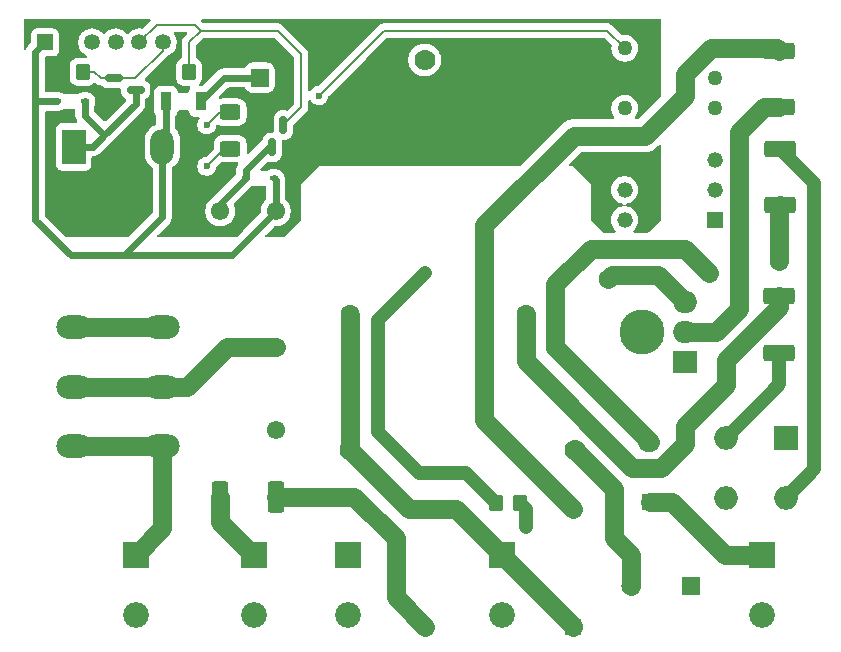
<source format=gtl>
%TF.GenerationSoftware,KiCad,Pcbnew,9.0.4-9.0.4-0~ubuntu24.04.1*%
%TF.CreationDate,2025-08-23T17:14:42+02:00*%
%TF.ProjectId,hv_board,68765f62-6f61-4726-942e-6b696361645f,rev?*%
%TF.SameCoordinates,Original*%
%TF.FileFunction,Copper,L1,Top*%
%TF.FilePolarity,Positive*%
%FSLAX46Y46*%
G04 Gerber Fmt 4.6, Leading zero omitted, Abs format (unit mm)*
G04 Created by KiCad (PCBNEW 9.0.4-9.0.4-0~ubuntu24.04.1) date 2025-08-23 17:14:42*
%MOMM*%
%LPD*%
G01*
G04 APERTURE LIST*
G04 Aperture macros list*
%AMRoundRect*
0 Rectangle with rounded corners*
0 $1 Rounding radius*
0 $2 $3 $4 $5 $6 $7 $8 $9 X,Y pos of 4 corners*
0 Add a 4 corners polygon primitive as box body*
4,1,4,$2,$3,$4,$5,$6,$7,$8,$9,$2,$3,0*
0 Add four circle primitives for the rounded corners*
1,1,$1+$1,$2,$3*
1,1,$1+$1,$4,$5*
1,1,$1+$1,$6,$7*
1,1,$1+$1,$8,$9*
0 Add four rect primitives between the rounded corners*
20,1,$1+$1,$2,$3,$4,$5,0*
20,1,$1+$1,$4,$5,$6,$7,0*
20,1,$1+$1,$6,$7,$8,$9,0*
20,1,$1+$1,$8,$9,$2,$3,0*%
G04 Aperture macros list end*
%TA.AperFunction,ComponentPad*%
%ADD10C,1.549400*%
%TD*%
%TA.AperFunction,SMDPad,CuDef*%
%ADD11RoundRect,0.249999X1.075001X-0.450001X1.075001X0.450001X-1.075001X0.450001X-1.075001X-0.450001X0*%
%TD*%
%TA.AperFunction,ComponentPad*%
%ADD12R,1.625600X1.625600*%
%TD*%
%TA.AperFunction,ComponentPad*%
%ADD13C,1.625600*%
%TD*%
%TA.AperFunction,ComponentPad*%
%ADD14R,2.000000X2.000000*%
%TD*%
%TA.AperFunction,ComponentPad*%
%ADD15O,2.000000X2.000000*%
%TD*%
%TA.AperFunction,SMDPad,CuDef*%
%ADD16RoundRect,0.250000X-0.350000X-0.450000X0.350000X-0.450000X0.350000X0.450000X-0.350000X0.450000X0*%
%TD*%
%TA.AperFunction,ComponentPad*%
%ADD17C,3.810000*%
%TD*%
%TA.AperFunction,ComponentPad*%
%ADD18R,2.175000X2.175000*%
%TD*%
%TA.AperFunction,ComponentPad*%
%ADD19C,2.175000*%
%TD*%
%TA.AperFunction,ComponentPad*%
%ADD20C,1.270000*%
%TD*%
%TA.AperFunction,SMDPad,CuDef*%
%ADD21R,0.711200X0.406400*%
%TD*%
%TA.AperFunction,SMDPad,CuDef*%
%ADD22RoundRect,0.249999X0.450001X1.075001X-0.450001X1.075001X-0.450001X-1.075001X0.450001X-1.075001X0*%
%TD*%
%TA.AperFunction,ComponentPad*%
%ADD23O,3.000000X2.000000*%
%TD*%
%TA.AperFunction,ComponentPad*%
%ADD24R,2.000000X3.000000*%
%TD*%
%TA.AperFunction,ComponentPad*%
%ADD25O,2.000000X3.000000*%
%TD*%
%TA.AperFunction,SMDPad,CuDef*%
%ADD26RoundRect,0.250000X0.350000X0.450000X-0.350000X0.450000X-0.350000X-0.450000X0.350000X-0.450000X0*%
%TD*%
%TA.AperFunction,SMDPad,CuDef*%
%ADD27RoundRect,0.150000X-0.587500X-0.150000X0.587500X-0.150000X0.587500X0.150000X-0.587500X0.150000X0*%
%TD*%
%TA.AperFunction,SMDPad,CuDef*%
%ADD28R,0.965200X1.600200*%
%TD*%
%TA.AperFunction,SMDPad,CuDef*%
%ADD29RoundRect,0.250000X0.625000X-0.400000X0.625000X0.400000X-0.625000X0.400000X-0.625000X-0.400000X0*%
%TD*%
%TA.AperFunction,ComponentPad*%
%ADD30R,1.422400X1.422400*%
%TD*%
%TA.AperFunction,ComponentPad*%
%ADD31C,1.422400*%
%TD*%
%TA.AperFunction,ComponentPad*%
%ADD32R,1.320800X1.320800*%
%TD*%
%TA.AperFunction,ComponentPad*%
%ADD33C,1.320800*%
%TD*%
%TA.AperFunction,ComponentPad*%
%ADD34R,2.000000X1.905000*%
%TD*%
%TA.AperFunction,ComponentPad*%
%ADD35O,2.000000X1.905000*%
%TD*%
%TA.AperFunction,ComponentPad*%
%ADD36RoundRect,0.250000X0.550000X-0.550000X0.550000X0.550000X-0.550000X0.550000X-0.550000X-0.550000X0*%
%TD*%
%TA.AperFunction,ComponentPad*%
%ADD37C,1.600000*%
%TD*%
%TA.AperFunction,SMDPad,CuDef*%
%ADD38RoundRect,0.249999X-1.075001X0.450001X-1.075001X-0.450001X1.075001X-0.450001X1.075001X0.450001X0*%
%TD*%
%TA.AperFunction,ComponentPad*%
%ADD39C,1.778000*%
%TD*%
%TA.AperFunction,ComponentPad*%
%ADD40R,1.473200X1.473200*%
%TD*%
%TA.AperFunction,ComponentPad*%
%ADD41C,1.473200*%
%TD*%
%TA.AperFunction,ComponentPad*%
%ADD42R,1.350000X1.350000*%
%TD*%
%TA.AperFunction,ComponentPad*%
%ADD43C,1.350000*%
%TD*%
%TA.AperFunction,SMDPad,CuDef*%
%ADD44RoundRect,0.150000X-0.150000X0.587500X-0.150000X-0.587500X0.150000X-0.587500X0.150000X0.587500X0*%
%TD*%
%TA.AperFunction,ViaPad*%
%ADD45C,0.600000*%
%TD*%
%TA.AperFunction,ViaPad*%
%ADD46C,1.600000*%
%TD*%
%TA.AperFunction,ViaPad*%
%ADD47C,1.200000*%
%TD*%
%TA.AperFunction,Conductor*%
%ADD48C,0.600000*%
%TD*%
%TA.AperFunction,Conductor*%
%ADD49C,1.600000*%
%TD*%
%TA.AperFunction,Conductor*%
%ADD50C,0.200000*%
%TD*%
%TA.AperFunction,Conductor*%
%ADD51C,1.200000*%
%TD*%
G04 APERTURE END LIST*
D10*
%TO.P,U2,1,1*%
%TO.N,Net-(Q4-A2)*%
X136349500Y-87309100D03*
%TO.P,U2,2,2*%
%TO.N,230V_L*%
X136349500Y-80298700D03*
%TO.P,U2,3,3*%
%TO.N,12V*%
X136349500Y-68792500D03*
%TO.P,U2,4,4*%
%TO.N,Net-(Q2-D)*%
X131650500Y-68792500D03*
%TD*%
D11*
%TO.P,R6,1*%
%TO.N,Net-(D1-Pad2)*%
X179000000Y-80800000D03*
%TO.P,R6,2*%
%TO.N,230V_N*%
X179000000Y-76000000D03*
%TD*%
D12*
%TO.P,F1,1,1*%
%TO.N,230V_L*%
X171500000Y-100500000D03*
D13*
%TO.P,F1,2,2*%
%TO.N,Net-(U1-ACL)*%
X166420000Y-100500000D03*
%TD*%
D14*
%TO.P,D1,1,+*%
%TO.N,Net-(D1-+)*%
X179545000Y-87975000D03*
D15*
%TO.P,D1,2*%
%TO.N,Net-(D1-Pad2)*%
X174465000Y-87975000D03*
%TO.P,D1,3,-*%
%TO.N,Net-(D1--)*%
X174465000Y-93055000D03*
%TO.P,D1,4*%
%TO.N,Net-(D1-Pad4)*%
X179545000Y-93055000D03*
%TD*%
D16*
%TO.P,R1,1*%
%TO.N,GND*%
X118000000Y-57000000D03*
%TO.P,R1,2*%
%TO.N,Net-(J6-Pin_6)*%
X120000000Y-57000000D03*
%TD*%
D11*
%TO.P,R5,1*%
%TO.N,230V_L*%
X179045000Y-68300000D03*
%TO.P,R5,2*%
%TO.N,Net-(D1-Pad4)*%
X179045000Y-63500000D03*
%TD*%
D17*
%TO.P,H1,1,1*%
%TO.N,unconnected-(H1-Pad1)*%
X167400000Y-79000000D03*
%TD*%
D18*
%TO.P,J1,1,1*%
%TO.N,Net-(F2-Pad1)*%
X177500000Y-97900000D03*
D19*
%TO.P,J1,2,2*%
%TO.N,unconnected-(J1-Pad2)*%
X177500000Y-103000000D03*
%TD*%
D20*
%TO.P,U7,1*%
%TO.N,Net-(R8-Pad2)*%
X165900000Y-55000000D03*
%TO.P,U7,2*%
%TO.N,GND*%
X165900000Y-57540000D03*
%TO.P,U7,3,NC*%
%TO.N,unconnected-(U7-NC-Pad3)*%
X165900000Y-60080000D03*
%TO.P,U7,4*%
%TO.N,Net-(Q4-G)*%
X173520000Y-60080000D03*
%TO.P,U7,5,NC*%
%TO.N,unconnected-(U7-NC-Pad5)*%
X173520000Y-57540000D03*
%TO.P,U7,6*%
%TO.N,Net-(C1-Pad2)*%
X173520000Y-55000000D03*
%TD*%
D18*
%TO.P,J5,1,1*%
%TO.N,Net-(J5-Pad1)*%
X124500000Y-97900000D03*
D19*
%TO.P,J5,2,2*%
%TO.N,unconnected-(J5-Pad2)*%
X124500000Y-103000000D03*
%TD*%
D21*
%TO.P,U3,1*%
%TO.N,12V*%
X117806200Y-59500000D03*
%TO.P,U3,2*%
%TO.N,Net-(Q1-D)*%
X120193800Y-59500000D03*
%TD*%
D22*
%TO.P,R11,1*%
%TO.N,Net-(C2-Pad2)*%
X136400000Y-93000000D03*
%TO.P,R11,2*%
%TO.N,Net-(Q4-A1)*%
X131600000Y-93000000D03*
%TD*%
D23*
%TO.P,K1,11*%
%TO.N,230V_L*%
X126750000Y-83650000D03*
X119250000Y-83650000D03*
%TO.P,K1,12*%
%TO.N,unconnected-(K1-Pad12)*%
X126750000Y-78610000D03*
X119250000Y-78610000D03*
%TO.P,K1,14*%
%TO.N,Net-(J5-Pad1)*%
X126750000Y-88690000D03*
X119250000Y-88690000D03*
D24*
%TO.P,K1,A1*%
%TO.N,Net-(Q1-D)*%
X119250000Y-63350000D03*
D25*
%TO.P,K1,A2*%
%TO.N,12V*%
X126750000Y-63350000D03*
%TD*%
D26*
%TO.P,R7,1*%
%TO.N,Net-(D1-+)*%
X157000000Y-93500000D03*
%TO.P,R7,2*%
%TO.N,Net-(U6-ANODE)*%
X155000000Y-93500000D03*
%TD*%
D27*
%TO.P,Q1,1,G*%
%TO.N,Net-(J6-Pin_6)*%
X122625000Y-57550000D03*
%TO.P,Q1,2,S*%
%TO.N,GND*%
X122625000Y-59450000D03*
%TO.P,Q1,3,D*%
%TO.N,Net-(Q1-D)*%
X124500000Y-58500000D03*
%TD*%
D28*
%TO.P,F4,1,1*%
%TO.N,Net-(U1-+VOUT)*%
X130000000Y-59500000D03*
%TO.P,F4,2,2*%
%TO.N,12V*%
X127053600Y-59500000D03*
%TD*%
D29*
%TO.P,R8,1*%
%TO.N,Net-(J6-Pin_4)*%
X132500000Y-63500000D03*
%TO.P,R8,2*%
%TO.N,Net-(R8-Pad2)*%
X132500000Y-60400000D03*
%TD*%
D18*
%TO.P,J3,1,1*%
%TO.N,230V_N*%
X155500000Y-97900000D03*
D19*
%TO.P,J3,2,2*%
%TO.N,unconnected-(J3-Pad2)*%
X155500000Y-103000000D03*
%TD*%
D30*
%TO.P,C2,1*%
%TO.N,230V_N*%
X149000000Y-94000000D03*
D31*
%TO.P,C2,2*%
%TO.N,Net-(C2-Pad2)*%
X149000000Y-104000000D03*
%TD*%
D32*
%TO.P,U6,1,ANODE*%
%TO.N,Net-(U6-ANODE)*%
X173500000Y-69540000D03*
D33*
%TO.P,U6,2,CATHODE*%
%TO.N,Net-(D1--)*%
X173500000Y-67000000D03*
%TO.P,U6,3,NOCONNECTION*%
%TO.N,unconnected-(U6-NOCONNECTION-Pad3)*%
X173500000Y-64460000D03*
%TO.P,U6,4,EMITTER*%
%TO.N,GND*%
X165880000Y-64460000D03*
%TO.P,U6,5,COLLECTOR*%
%TO.N,Net-(J6-Pin_3)*%
X165880000Y-67000000D03*
%TO.P,U6,6,BASE*%
%TO.N,unconnected-(U6-BASE-Pad6)*%
X165880000Y-69540000D03*
%TD*%
D18*
%TO.P,J2,1,1*%
%TO.N,Net-(Q4-A1)*%
X134500000Y-97900000D03*
D19*
%TO.P,J2,2,2*%
%TO.N,unconnected-(J2-Pad2)*%
X134500000Y-103000000D03*
%TD*%
D34*
%TO.P,Q4,1,A1*%
%TO.N,Net-(Q4-A1)*%
X171000000Y-81540000D03*
D35*
%TO.P,Q4,2,A2*%
%TO.N,Net-(Q4-A2)*%
X171000000Y-79000000D03*
%TO.P,Q4,3,G*%
%TO.N,Net-(Q4-G)*%
X171000000Y-76460000D03*
%TD*%
D36*
%TO.P,C3,1*%
%TO.N,Net-(U1-+VOUT)*%
X135000000Y-57500000D03*
D37*
%TO.P,C3,2*%
%TO.N,GND*%
X135000000Y-55000000D03*
%TD*%
D38*
%TO.P,R9,1*%
%TO.N,Net-(C1-Pad2)*%
X179000000Y-55200000D03*
%TO.P,R9,2*%
%TO.N,Net-(Q4-A2)*%
X179000000Y-60000000D03*
%TD*%
D18*
%TO.P,J4,1,1*%
%TO.N,Net-(Q4-A2)*%
X142500000Y-97900000D03*
D19*
%TO.P,J4,2,2*%
%TO.N,unconnected-(J4-Pad2)*%
X142500000Y-103000000D03*
%TD*%
D16*
%TO.P,R28,1*%
%TO.N,GND*%
X127000000Y-57000000D03*
%TO.P,R28,2*%
%TO.N,Net-(J6-Pin_5)*%
X129000000Y-57000000D03*
%TD*%
D30*
%TO.P,C1,1*%
%TO.N,230V_N*%
X161500000Y-104000000D03*
D31*
%TO.P,C1,2*%
%TO.N,Net-(C1-Pad2)*%
X161500000Y-94000000D03*
%TD*%
D39*
%TO.P,U1,1,ACN*%
%TO.N,230V_N*%
X142610000Y-89010000D03*
%TO.P,U1,2,ACL*%
%TO.N,Net-(U1-ACL)*%
X161660000Y-89010000D03*
%TO.P,U1,3,-VOUT*%
%TO.N,GND*%
X161660000Y-55990000D03*
%TO.P,U1,4,+VOUT*%
%TO.N,Net-(U1-+VOUT)*%
X148960000Y-55990000D03*
%TD*%
D40*
%TO.P,F2,1,1*%
%TO.N,Net-(F2-Pad1)*%
X168000000Y-93405000D03*
D41*
%TO.P,F2,2,2*%
%TO.N,230V_L*%
X168000000Y-88325000D03*
%TD*%
D42*
%TO.P,J6,1,Pin_1*%
%TO.N,12V*%
X116800000Y-54500000D03*
D43*
%TO.P,J6,2,Pin_2*%
%TO.N,GND*%
X118800000Y-54500000D03*
%TO.P,J6,3,Pin_3*%
%TO.N,Net-(J6-Pin_3)*%
X120800000Y-54500000D03*
%TO.P,J6,4,Pin_4*%
%TO.N,Net-(J6-Pin_4)*%
X122800000Y-54500000D03*
%TO.P,J6,5,Pin_5*%
%TO.N,Net-(J6-Pin_5)*%
X124800000Y-54500000D03*
%TO.P,J6,6,Pin_6*%
%TO.N,Net-(J6-Pin_6)*%
X126800000Y-54500000D03*
%TD*%
D21*
%TO.P,U4,1*%
%TO.N,12V*%
X136193800Y-66000000D03*
%TO.P,U4,2*%
%TO.N,Net-(Q2-D)*%
X133806200Y-66000000D03*
%TD*%
D44*
%TO.P,Q2,1,G*%
%TO.N,Net-(J6-Pin_5)*%
X137000000Y-61500000D03*
%TO.P,Q2,2,S*%
%TO.N,GND*%
X135100000Y-61500000D03*
%TO.P,Q2,3,D*%
%TO.N,Net-(Q2-D)*%
X136050000Y-63375000D03*
%TD*%
D45*
%TO.N,GND*%
X119500000Y-68000000D03*
X123502872Y-68000000D03*
X164000000Y-68000000D03*
X168000000Y-68000000D03*
D46*
%TO.N,230V_L*%
X179000000Y-73000000D03*
X160000000Y-80300000D03*
X173000000Y-74000000D03*
%TO.N,230V_N*%
X142610000Y-77500000D03*
X157500000Y-77500000D03*
D47*
%TO.N,Net-(D1-+)*%
X157500000Y-95500000D03*
D45*
%TO.N,Net-(J6-Pin_4)*%
X130500000Y-65000000D03*
D46*
%TO.N,Net-(Q4-G)*%
X164500000Y-74500000D03*
D47*
%TO.N,Net-(U6-ANODE)*%
X149000000Y-74000000D03*
D45*
%TO.N,Net-(R8-Pad2)*%
X140000000Y-59000000D03*
X130500000Y-61500000D03*
%TD*%
D48*
%TO.N,Net-(U1-+VOUT)*%
X132000000Y-57500000D02*
X130000000Y-59500000D01*
X148960000Y-56040000D02*
X148960000Y-55990000D01*
X135000000Y-57500000D02*
X132000000Y-57500000D01*
D49*
%TO.N,230V_L*%
X168000000Y-88325000D02*
X168000000Y-88300000D01*
X119250000Y-83650000D02*
X123000000Y-83650000D01*
X128850000Y-83650000D02*
X132201300Y-80298700D01*
X168000000Y-88300000D02*
X160000000Y-80300000D01*
X160000000Y-75000000D02*
X160000000Y-80300000D01*
X171000000Y-72000000D02*
X163000000Y-72000000D01*
X126750000Y-83650000D02*
X128850000Y-83650000D01*
X123000000Y-83650000D02*
X126750000Y-83650000D01*
X179000000Y-73000000D02*
X179000000Y-68345000D01*
X168000000Y-88325000D02*
X167825000Y-88325000D01*
X163000000Y-72000000D02*
X160000000Y-75000000D01*
X173000000Y-74000000D02*
X171000000Y-72000000D01*
X132201300Y-80298700D02*
X136349500Y-80298700D01*
X179000000Y-68345000D02*
X179045000Y-68300000D01*
%TO.N,Net-(U1-ACL)*%
X166420000Y-97920000D02*
X165000000Y-96500000D01*
X165000000Y-96500000D02*
X165000000Y-92350000D01*
X166420000Y-100500000D02*
X166420000Y-97920000D01*
X165000000Y-92350000D02*
X161660000Y-89010000D01*
%TO.N,Net-(F2-Pad1)*%
X177500000Y-97900000D02*
X174400000Y-97900000D01*
X169905000Y-93405000D02*
X168000000Y-93405000D01*
X174400000Y-97900000D02*
X169905000Y-93405000D01*
%TO.N,230V_N*%
X147600000Y-94000000D02*
X142610000Y-89010000D01*
X151600000Y-94000000D02*
X155500000Y-97900000D01*
X168974000Y-90526000D02*
X171000000Y-88500000D01*
X171000000Y-88500000D02*
X171000000Y-87000000D01*
X174500000Y-81433206D02*
X179000000Y-76933206D01*
X157500000Y-81500000D02*
X166526000Y-90526000D01*
X161500000Y-103900000D02*
X155500000Y-97900000D01*
X171000000Y-87000000D02*
X174500000Y-83500000D01*
X174500000Y-83500000D02*
X174500000Y-81433206D01*
X142610000Y-89010000D02*
X142610000Y-77610000D01*
X166526000Y-90526000D02*
X168974000Y-90526000D01*
X149000000Y-94000000D02*
X151600000Y-94000000D01*
X149000000Y-94000000D02*
X147600000Y-94000000D01*
X161500000Y-104000000D02*
X161500000Y-103900000D01*
X179000000Y-76933206D02*
X179000000Y-76000000D01*
X157500000Y-77500000D02*
X157500000Y-81500000D01*
D50*
%TO.N,Net-(J6-Pin_5)*%
X129000000Y-57000000D02*
X129000000Y-54500000D01*
X130000000Y-53500000D02*
X136500000Y-53500000D01*
X129500000Y-53000000D02*
X130000000Y-53500000D01*
X124800000Y-54500000D02*
X126300000Y-53000000D01*
X126300000Y-53000000D02*
X129500000Y-53000000D01*
X136500000Y-53500000D02*
X138500000Y-55500000D01*
X138500000Y-60000000D02*
X137000000Y-61500000D01*
X129000000Y-54500000D02*
X130000000Y-53500000D01*
X138500000Y-55500000D02*
X138500000Y-60000000D01*
%TO.N,Net-(J6-Pin_6)*%
X124450000Y-57550000D02*
X122625000Y-57550000D01*
X120000000Y-57000000D02*
X121000000Y-57000000D01*
X121000000Y-57000000D02*
X121550000Y-57550000D01*
X126800000Y-54500000D02*
X126800000Y-55200000D01*
X121550000Y-57550000D02*
X122625000Y-57550000D01*
X126800000Y-55200000D02*
X124450000Y-57550000D01*
D48*
%TO.N,Net-(Q1-D)*%
X121850000Y-62350000D02*
X120850000Y-63350000D01*
X120193800Y-59500000D02*
X120193800Y-60693800D01*
X124500000Y-59700000D02*
X121850000Y-62350000D01*
X120193800Y-60693800D02*
X121850000Y-62350000D01*
X124500000Y-58500000D02*
X124500000Y-59700000D01*
X119250000Y-63350000D02*
X119250000Y-62250000D01*
X120850000Y-63350000D02*
X119250000Y-63350000D01*
D49*
%TO.N,unconnected-(K1-Pad12)*%
X119250000Y-78610000D02*
X126750000Y-78610000D01*
D48*
%TO.N,Net-(Q2-D)*%
X133806200Y-65318801D02*
X133806200Y-66000000D01*
X135750001Y-63375000D02*
X133806200Y-65318801D01*
X131650500Y-68792500D02*
X131650500Y-68155700D01*
X131650500Y-68155700D02*
X133806200Y-66000000D01*
X136050000Y-63375000D02*
X135750001Y-63375000D01*
D51*
%TO.N,Net-(D1-+)*%
X157500000Y-94000000D02*
X157000000Y-93500000D01*
X157500000Y-95500000D02*
X157500000Y-94000000D01*
%TO.N,Net-(D1-Pad2)*%
X179000000Y-83440000D02*
X178440000Y-84000000D01*
X174465000Y-87975000D02*
X178440000Y-84000000D01*
X179000000Y-80800000D02*
X179000000Y-83440000D01*
%TO.N,Net-(D1-Pad4)*%
X181946000Y-90654000D02*
X181946000Y-66401000D01*
X179545000Y-93055000D02*
X181946000Y-90654000D01*
X181946000Y-66401000D02*
X179045000Y-63500000D01*
D49*
%TO.N,Net-(Q4-A1)*%
X134500000Y-97900000D02*
X134400000Y-97900000D01*
X134400000Y-97900000D02*
X131600000Y-95100000D01*
X131600000Y-95100000D02*
X131600000Y-93000000D01*
D50*
%TO.N,Net-(J6-Pin_4)*%
X132000000Y-63500000D02*
X132500000Y-63500000D01*
X130500000Y-65000000D02*
X132000000Y-63500000D01*
D49*
%TO.N,Net-(C1-Pad2)*%
X167601400Y-62398600D02*
X171000000Y-59000000D01*
X178800000Y-55000000D02*
X179000000Y-55200000D01*
X154000000Y-70000000D02*
X161601400Y-62398600D01*
X154000000Y-86500000D02*
X154000000Y-70000000D01*
X173180660Y-55000000D02*
X173520000Y-55000000D01*
X161500000Y-94000000D02*
X154000000Y-86500000D01*
X171000000Y-59000000D02*
X171000000Y-57180660D01*
X171000000Y-57180660D02*
X173180660Y-55000000D01*
X173520000Y-55000000D02*
X178800000Y-55000000D01*
X161601400Y-62398600D02*
X167601400Y-62398600D01*
%TO.N,Net-(Q4-G)*%
X164799000Y-74201000D02*
X164500000Y-74500000D01*
X168741000Y-74201000D02*
X164799000Y-74201000D01*
X171000000Y-76460000D02*
X168741000Y-74201000D01*
D51*
%TO.N,Net-(U6-ANODE)*%
X149000000Y-74000000D02*
X145011000Y-77989000D01*
X145011000Y-77989000D02*
X145011000Y-87511000D01*
X152500000Y-91000000D02*
X155000000Y-93500000D01*
X148500000Y-91000000D02*
X152500000Y-91000000D01*
X145011000Y-87511000D02*
X148500000Y-91000000D01*
D50*
%TO.N,Net-(R8-Pad2)*%
X132500000Y-60400000D02*
X131600000Y-60400000D01*
X145500000Y-53500000D02*
X140000000Y-59000000D01*
X131600000Y-60400000D02*
X130500000Y-61500000D01*
X165900000Y-55000000D02*
X164400000Y-53500000D01*
X164400000Y-53500000D02*
X145500000Y-53500000D01*
D49*
%TO.N,Net-(C2-Pad2)*%
X146500000Y-96500000D02*
X143000000Y-93000000D01*
X146500000Y-101500000D02*
X146500000Y-96500000D01*
X143000000Y-93000000D02*
X136400000Y-93000000D01*
X149000000Y-104000000D02*
X146500000Y-101500000D01*
%TO.N,Net-(Q4-A2)*%
X177675001Y-60000000D02*
X175561400Y-62113601D01*
X175561400Y-62113601D02*
X175561400Y-77038600D01*
X175561400Y-77038600D02*
X173600000Y-79000000D01*
X179000000Y-60000000D02*
X177675001Y-60000000D01*
X173600000Y-79000000D02*
X171000000Y-79000000D01*
%TO.N,Net-(J5-Pad1)*%
X119250000Y-88690000D02*
X126750000Y-88690000D01*
X124500000Y-97900000D02*
X126750000Y-95650000D01*
X126750000Y-95650000D02*
X126750000Y-88690000D01*
D48*
%TO.N,12V*%
X126750000Y-69250000D02*
X123500000Y-72500000D01*
X116000000Y-59500000D02*
X116000000Y-58500000D01*
X136349500Y-66155700D02*
X136193800Y-66000000D01*
X127500000Y-72500000D02*
X123500000Y-72500000D01*
X119000000Y-72500000D02*
X116000000Y-69500000D01*
X127053600Y-59500000D02*
X127053600Y-63046400D01*
X136349500Y-68792500D02*
X136349500Y-66155700D01*
X116000000Y-58500000D02*
X116000000Y-55300000D01*
X126750000Y-63350000D02*
X126750000Y-69250000D01*
X116000000Y-65500000D02*
X116000000Y-69500000D01*
X123500000Y-72500000D02*
X119000000Y-72500000D01*
X127500000Y-72500000D02*
X132642000Y-72500000D01*
X132642000Y-72500000D02*
X136349500Y-68792500D01*
X117806200Y-59500000D02*
X116000000Y-59500000D01*
X116000000Y-55300000D02*
X116800000Y-54500000D01*
X116000000Y-65500000D02*
X116000000Y-59500000D01*
X127053600Y-63046400D02*
X126750000Y-63350000D01*
%TD*%
%TA.AperFunction,Conductor*%
%TO.N,GND*%
G36*
X128817941Y-53620185D02*
G01*
X128863696Y-53672989D01*
X128873640Y-53742147D01*
X128844615Y-53805703D01*
X128838583Y-53812181D01*
X128633446Y-54017317D01*
X128633436Y-54017327D01*
X128631286Y-54019478D01*
X128631284Y-54019480D01*
X128519480Y-54131284D01*
X128507303Y-54152376D01*
X128500690Y-54163829D01*
X128500689Y-54163831D01*
X128445010Y-54260270D01*
X128440423Y-54268215D01*
X128399499Y-54420943D01*
X128399499Y-54420945D01*
X128399499Y-54589046D01*
X128399500Y-54589059D01*
X128399500Y-55754091D01*
X128379815Y-55821130D01*
X128335731Y-55859641D01*
X128336813Y-55861395D01*
X128330667Y-55865185D01*
X128330666Y-55865186D01*
X128266054Y-55905039D01*
X128181342Y-55957289D01*
X128057289Y-56081342D01*
X127965187Y-56230663D01*
X127965185Y-56230668D01*
X127953747Y-56265186D01*
X127910001Y-56397203D01*
X127910001Y-56397204D01*
X127910000Y-56397204D01*
X127899500Y-56499983D01*
X127899500Y-57500001D01*
X127899501Y-57500019D01*
X127910000Y-57602796D01*
X127910001Y-57602799D01*
X127965185Y-57769331D01*
X127965187Y-57769336D01*
X128000069Y-57825888D01*
X128057288Y-57918656D01*
X128181344Y-58042712D01*
X128330666Y-58134814D01*
X128497203Y-58189999D01*
X128599991Y-58200500D01*
X129018325Y-58200499D01*
X129085363Y-58220183D01*
X129131118Y-58272987D01*
X129141062Y-58342146D01*
X129117591Y-58398810D01*
X129073604Y-58457569D01*
X129073602Y-58457571D01*
X129024655Y-58588808D01*
X129023309Y-58592417D01*
X129018197Y-58639958D01*
X128991461Y-58704506D01*
X128934068Y-58744354D01*
X128894909Y-58750700D01*
X128158691Y-58750700D01*
X128091652Y-58731015D01*
X128045897Y-58678211D01*
X128035401Y-58639953D01*
X128030291Y-58592416D01*
X127979997Y-58457571D01*
X127979993Y-58457564D01*
X127893747Y-58342355D01*
X127893744Y-58342352D01*
X127778535Y-58256106D01*
X127778528Y-58256102D01*
X127643682Y-58205808D01*
X127643683Y-58205808D01*
X127584083Y-58199401D01*
X127584081Y-58199400D01*
X127584073Y-58199400D01*
X127584064Y-58199400D01*
X126523129Y-58199400D01*
X126523123Y-58199401D01*
X126463516Y-58205808D01*
X126328671Y-58256102D01*
X126328664Y-58256106D01*
X126213455Y-58342352D01*
X126213452Y-58342355D01*
X126127206Y-58457564D01*
X126127202Y-58457571D01*
X126076908Y-58592417D01*
X126070501Y-58652016D01*
X126070500Y-58652035D01*
X126070500Y-60347970D01*
X126070501Y-60347976D01*
X126076908Y-60407583D01*
X126127202Y-60542428D01*
X126127206Y-60542435D01*
X126213452Y-60657644D01*
X126216781Y-60660973D01*
X126250266Y-60722296D01*
X126253100Y-60748654D01*
X126253100Y-61343817D01*
X126233415Y-61410856D01*
X126180611Y-61456611D01*
X126176545Y-61458381D01*
X126174010Y-61459430D01*
X125963566Y-61566657D01*
X125907119Y-61607669D01*
X125772490Y-61705483D01*
X125772488Y-61705485D01*
X125772487Y-61705485D01*
X125605485Y-61872487D01*
X125605485Y-61872488D01*
X125605483Y-61872490D01*
X125600619Y-61879185D01*
X125466657Y-62063566D01*
X125359433Y-62274003D01*
X125286446Y-62498631D01*
X125249500Y-62731902D01*
X125249500Y-63968097D01*
X125286446Y-64201368D01*
X125359433Y-64425996D01*
X125446405Y-64596687D01*
X125466657Y-64636433D01*
X125605483Y-64827510D01*
X125772490Y-64994517D01*
X125898388Y-65085987D01*
X125941051Y-65141313D01*
X125949500Y-65186302D01*
X125949500Y-68867060D01*
X125929815Y-68934099D01*
X125913181Y-68954741D01*
X123904241Y-70963681D01*
X123842918Y-70997166D01*
X123816560Y-71000000D01*
X118683440Y-71000000D01*
X118616401Y-70980315D01*
X118595759Y-70963681D01*
X116836819Y-69204741D01*
X116803334Y-69143418D01*
X116800500Y-69117060D01*
X116800500Y-60424500D01*
X116820185Y-60357461D01*
X116872989Y-60311706D01*
X116924500Y-60300500D01*
X117885044Y-60300500D01*
X117885045Y-60300499D01*
X118039697Y-60269737D01*
X118178960Y-60212053D01*
X118213157Y-60203324D01*
X118269283Y-60197291D01*
X118404131Y-60146996D01*
X118404134Y-60146993D01*
X118411914Y-60142746D01*
X118412534Y-60143881D01*
X118469541Y-60122616D01*
X118478392Y-60122300D01*
X119269300Y-60122300D01*
X119336339Y-60141985D01*
X119382094Y-60194789D01*
X119393300Y-60246300D01*
X119393300Y-60772646D01*
X119424061Y-60927289D01*
X119424064Y-60927301D01*
X119484402Y-61072972D01*
X119484409Y-61072985D01*
X119540285Y-61156609D01*
X119561163Y-61223287D01*
X119542678Y-61290667D01*
X119490699Y-61337357D01*
X119437183Y-61349500D01*
X118202129Y-61349500D01*
X118202123Y-61349501D01*
X118142516Y-61355908D01*
X118007671Y-61406202D01*
X118007664Y-61406206D01*
X117892455Y-61492452D01*
X117892452Y-61492455D01*
X117806206Y-61607664D01*
X117806202Y-61607671D01*
X117755908Y-61742517D01*
X117749501Y-61802116D01*
X117749500Y-61802135D01*
X117749500Y-64897870D01*
X117749501Y-64897876D01*
X117755908Y-64957483D01*
X117806202Y-65092328D01*
X117806206Y-65092335D01*
X117892452Y-65207544D01*
X117892455Y-65207547D01*
X118007664Y-65293793D01*
X118007671Y-65293797D01*
X118142517Y-65344091D01*
X118142516Y-65344091D01*
X118149444Y-65344835D01*
X118202127Y-65350500D01*
X120297872Y-65350499D01*
X120357483Y-65344091D01*
X120492331Y-65293796D01*
X120607546Y-65207546D01*
X120693796Y-65092331D01*
X120744091Y-64957483D01*
X120750500Y-64897873D01*
X120750500Y-64274500D01*
X120770185Y-64207461D01*
X120822989Y-64161706D01*
X120874500Y-64150500D01*
X120928844Y-64150500D01*
X120928845Y-64150499D01*
X121083497Y-64119737D01*
X121229179Y-64059394D01*
X121360289Y-63971789D01*
X122360286Y-62971791D01*
X122360290Y-62971789D01*
X122471789Y-62860290D01*
X122471791Y-62860286D01*
X125121789Y-60210289D01*
X125209394Y-60079179D01*
X125269737Y-59933497D01*
X125300500Y-59778842D01*
X125300500Y-59621158D01*
X125300500Y-59350503D01*
X125320185Y-59283464D01*
X125361377Y-59243772D01*
X125489365Y-59168081D01*
X125605581Y-59051865D01*
X125689244Y-58910398D01*
X125735098Y-58752569D01*
X125738000Y-58715694D01*
X125738000Y-58284306D01*
X125735098Y-58247431D01*
X125730110Y-58230264D01*
X125695046Y-58109573D01*
X125689244Y-58089602D01*
X125605581Y-57948135D01*
X125605579Y-57948133D01*
X125605576Y-57948129D01*
X125489370Y-57831923D01*
X125489362Y-57831917D01*
X125347897Y-57748255D01*
X125343004Y-57746138D01*
X125289299Y-57701445D01*
X125268282Y-57634811D01*
X125286626Y-57567392D01*
X125304572Y-57544662D01*
X127168713Y-55680521D01*
X127168716Y-55680520D01*
X127254927Y-55594307D01*
X127254930Y-55594306D01*
X127286311Y-55571506D01*
X127416096Y-55505378D01*
X127565787Y-55396621D01*
X127696621Y-55265787D01*
X127805378Y-55116096D01*
X127889379Y-54951235D01*
X127946555Y-54775264D01*
X127975500Y-54592514D01*
X127975500Y-54407486D01*
X127946555Y-54224736D01*
X127912585Y-54120185D01*
X127889380Y-54048767D01*
X127889379Y-54048764D01*
X127837878Y-53947689D01*
X127805378Y-53883904D01*
X127791280Y-53864500D01*
X127742519Y-53797385D01*
X127719039Y-53731579D01*
X127734865Y-53663525D01*
X127784970Y-53614830D01*
X127842837Y-53600500D01*
X128750902Y-53600500D01*
X128817941Y-53620185D01*
G37*
%TD.AperFunction*%
%TA.AperFunction,Conductor*%
G36*
X136266942Y-54120185D02*
G01*
X136287584Y-54136819D01*
X137863181Y-55712416D01*
X137896666Y-55773739D01*
X137899500Y-55800097D01*
X137899500Y-59699902D01*
X137879815Y-59766941D01*
X137863181Y-59787583D01*
X137407709Y-60243054D01*
X137346386Y-60276539D01*
X137285435Y-60274450D01*
X137252572Y-60264903D01*
X137252573Y-60264903D01*
X137252569Y-60264902D01*
X137252566Y-60264901D01*
X137252563Y-60264901D01*
X137215701Y-60262000D01*
X137215694Y-60262000D01*
X136784306Y-60262000D01*
X136784298Y-60262000D01*
X136747432Y-60264901D01*
X136747426Y-60264902D01*
X136589606Y-60310754D01*
X136589603Y-60310755D01*
X136448137Y-60394417D01*
X136448129Y-60394423D01*
X136331923Y-60510629D01*
X136331917Y-60510637D01*
X136248255Y-60652103D01*
X136248254Y-60652106D01*
X136202402Y-60809926D01*
X136202401Y-60809932D01*
X136199500Y-60846798D01*
X136199500Y-62013000D01*
X136179815Y-62080039D01*
X136127011Y-62125794D01*
X136075500Y-62137000D01*
X135834298Y-62137000D01*
X135797432Y-62139901D01*
X135797426Y-62139902D01*
X135639606Y-62185754D01*
X135639603Y-62185755D01*
X135498137Y-62269417D01*
X135498129Y-62269423D01*
X135381923Y-62385629D01*
X135381917Y-62385637D01*
X135298255Y-62527103D01*
X135298254Y-62527106D01*
X135252402Y-62684926D01*
X135252401Y-62684931D01*
X135251242Y-62699667D01*
X135226357Y-62764955D01*
X135215305Y-62777617D01*
X134087180Y-63905741D01*
X134025857Y-63939226D01*
X133956165Y-63934242D01*
X133900232Y-63892370D01*
X133875815Y-63826906D01*
X133875499Y-63818083D01*
X133875499Y-63049992D01*
X133867510Y-62971789D01*
X133864999Y-62947203D01*
X133864998Y-62947200D01*
X133836765Y-62862000D01*
X133809814Y-62780666D01*
X133717712Y-62631344D01*
X133593656Y-62507288D01*
X133444334Y-62415186D01*
X133277797Y-62360001D01*
X133277795Y-62360000D01*
X133175010Y-62349500D01*
X131824998Y-62349500D01*
X131824981Y-62349501D01*
X131722203Y-62360000D01*
X131722200Y-62360001D01*
X131555668Y-62415185D01*
X131555663Y-62415187D01*
X131406342Y-62507289D01*
X131282289Y-62631342D01*
X131190187Y-62780663D01*
X131190186Y-62780666D01*
X131135001Y-62947203D01*
X131135001Y-62947204D01*
X131135000Y-62947204D01*
X131124500Y-63049983D01*
X131124500Y-63474902D01*
X131104815Y-63541941D01*
X131088181Y-63562583D01*
X130485339Y-64165425D01*
X130424016Y-64198910D01*
X130421850Y-64199361D01*
X130266508Y-64230261D01*
X130266498Y-64230264D01*
X130120827Y-64290602D01*
X130120814Y-64290609D01*
X129989711Y-64378210D01*
X129989707Y-64378213D01*
X129878213Y-64489707D01*
X129878210Y-64489711D01*
X129790609Y-64620814D01*
X129790602Y-64620827D01*
X129730264Y-64766498D01*
X129730261Y-64766510D01*
X129699500Y-64921153D01*
X129699500Y-65078846D01*
X129730261Y-65233489D01*
X129730264Y-65233501D01*
X129790602Y-65379172D01*
X129790609Y-65379185D01*
X129878210Y-65510288D01*
X129878213Y-65510292D01*
X129989707Y-65621786D01*
X129989711Y-65621789D01*
X130120814Y-65709390D01*
X130120827Y-65709397D01*
X130266498Y-65769735D01*
X130266503Y-65769737D01*
X130421153Y-65800499D01*
X130421156Y-65800500D01*
X130421158Y-65800500D01*
X130578844Y-65800500D01*
X130578845Y-65800499D01*
X130733497Y-65769737D01*
X130879179Y-65709394D01*
X131010289Y-65621789D01*
X131121789Y-65510289D01*
X131209394Y-65379179D01*
X131269737Y-65233497D01*
X131297817Y-65092331D01*
X131300638Y-65078150D01*
X131333023Y-65016239D01*
X131334523Y-65014711D01*
X131668773Y-64680460D01*
X131730094Y-64646977D01*
X131769052Y-64644785D01*
X131824991Y-64650500D01*
X133058003Y-64650499D01*
X133125042Y-64670184D01*
X133170797Y-64722987D01*
X133180741Y-64792146D01*
X133161105Y-64843389D01*
X133096812Y-64939610D01*
X133096802Y-64939628D01*
X133036464Y-65085299D01*
X133036461Y-65085311D01*
X133005700Y-65239954D01*
X133005700Y-65535056D01*
X133004839Y-65539961D01*
X133005464Y-65542704D01*
X132999123Y-65572546D01*
X132998296Y-65577263D01*
X132998095Y-65577817D01*
X132956509Y-65689317D01*
X132955991Y-65694128D01*
X132951770Y-65705791D01*
X132936948Y-65725994D01*
X132922855Y-65751265D01*
X131140211Y-67533911D01*
X131028713Y-67645408D01*
X131028709Y-67645413D01*
X131011644Y-67670951D01*
X130981431Y-67702373D01*
X130932074Y-67738233D01*
X130819763Y-67819832D01*
X130819761Y-67819834D01*
X130819760Y-67819834D01*
X130677834Y-67961760D01*
X130677834Y-67961761D01*
X130677832Y-67961763D01*
X130655217Y-67992890D01*
X130559851Y-68124149D01*
X130468724Y-68302995D01*
X130406700Y-68493885D01*
X130406700Y-68493888D01*
X130406700Y-68493890D01*
X130375300Y-68692140D01*
X130375300Y-68892860D01*
X130381461Y-68931758D01*
X130406700Y-69091111D01*
X130406700Y-69091114D01*
X130468724Y-69282004D01*
X130539627Y-69421158D01*
X130559851Y-69460850D01*
X130677832Y-69623237D01*
X130819763Y-69765168D01*
X130982150Y-69883149D01*
X131160993Y-69974274D01*
X131160995Y-69974275D01*
X131351886Y-70036299D01*
X131351887Y-70036299D01*
X131351890Y-70036300D01*
X131550140Y-70067700D01*
X131550141Y-70067700D01*
X131750859Y-70067700D01*
X131750860Y-70067700D01*
X131949110Y-70036300D01*
X131949113Y-70036299D01*
X131949114Y-70036299D01*
X132140004Y-69974275D01*
X132140004Y-69974274D01*
X132140007Y-69974274D01*
X132318850Y-69883149D01*
X132481237Y-69765168D01*
X132623168Y-69623237D01*
X132741149Y-69460850D01*
X132832274Y-69282007D01*
X132877304Y-69143418D01*
X132894299Y-69091114D01*
X132894299Y-69091113D01*
X132894300Y-69091110D01*
X132925700Y-68892860D01*
X132925700Y-68692140D01*
X132894300Y-68493890D01*
X132894299Y-68493886D01*
X132894299Y-68493885D01*
X132832275Y-68302995D01*
X132806682Y-68252766D01*
X132793786Y-68184097D01*
X132820062Y-68119357D01*
X132829477Y-68108799D01*
X134207333Y-66730943D01*
X134249516Y-66703274D01*
X134262963Y-66697970D01*
X134269283Y-66697291D01*
X134404131Y-66646996D01*
X134417409Y-66637056D01*
X134432896Y-66630948D01*
X134451776Y-66629242D01*
X134469541Y-66622616D01*
X134478392Y-66622300D01*
X135425000Y-66622300D01*
X135492039Y-66641985D01*
X135537794Y-66694789D01*
X135549000Y-66746300D01*
X135549000Y-67738233D01*
X135529315Y-67805272D01*
X135512681Y-67825914D01*
X135376834Y-67961760D01*
X135376834Y-67961761D01*
X135376832Y-67961763D01*
X135354217Y-67992890D01*
X135258851Y-68124149D01*
X135167724Y-68302995D01*
X135105700Y-68493885D01*
X135105700Y-68493888D01*
X135074300Y-68692140D01*
X135074300Y-68884259D01*
X135054615Y-68951298D01*
X135037980Y-68971940D01*
X133552069Y-70457853D01*
X133046241Y-70963681D01*
X132984918Y-70997166D01*
X132958560Y-71000000D01*
X126431440Y-71000000D01*
X126364401Y-70980315D01*
X126318646Y-70927511D01*
X126308702Y-70858353D01*
X126337727Y-70794797D01*
X126343759Y-70788319D01*
X127371786Y-69760292D01*
X127371789Y-69760289D01*
X127459394Y-69629179D01*
X127519737Y-69483497D01*
X127550500Y-69328842D01*
X127550500Y-69171158D01*
X127550500Y-65186302D01*
X127570185Y-65119263D01*
X127601609Y-65085988D01*
X127727510Y-64994517D01*
X127894517Y-64827510D01*
X128033343Y-64636433D01*
X128140568Y-64425992D01*
X128213553Y-64201368D01*
X128226482Y-64119737D01*
X128250500Y-63968097D01*
X128250500Y-62731902D01*
X128213553Y-62498631D01*
X128168509Y-62360001D01*
X128140568Y-62274008D01*
X128140566Y-62274005D01*
X128140566Y-62274003D01*
X128079006Y-62153186D01*
X128033343Y-62063567D01*
X127894517Y-61872490D01*
X127890419Y-61868392D01*
X127856934Y-61807069D01*
X127854100Y-61780711D01*
X127854100Y-60748654D01*
X127873785Y-60681615D01*
X127890419Y-60660973D01*
X127893742Y-60657648D01*
X127893746Y-60657646D01*
X127979996Y-60542431D01*
X128030291Y-60407583D01*
X128035402Y-60360041D01*
X128062139Y-60295494D01*
X128119532Y-60255646D01*
X128158691Y-60249300D01*
X128894909Y-60249300D01*
X128961948Y-60268985D01*
X129007703Y-60321789D01*
X129018199Y-60360047D01*
X129023308Y-60407583D01*
X129073602Y-60542428D01*
X129073606Y-60542435D01*
X129159852Y-60657644D01*
X129159855Y-60657647D01*
X129275064Y-60743893D01*
X129275071Y-60743897D01*
X129320018Y-60760661D01*
X129409917Y-60794191D01*
X129469527Y-60800600D01*
X129772584Y-60800599D01*
X129839622Y-60820283D01*
X129885377Y-60873087D01*
X129895321Y-60942246D01*
X129875685Y-60993490D01*
X129790609Y-61120814D01*
X129790602Y-61120827D01*
X129730264Y-61266498D01*
X129730261Y-61266510D01*
X129699500Y-61421153D01*
X129699500Y-61578846D01*
X129730261Y-61733489D01*
X129730264Y-61733501D01*
X129790602Y-61879172D01*
X129790609Y-61879185D01*
X129878210Y-62010288D01*
X129878213Y-62010292D01*
X129989707Y-62121786D01*
X129989711Y-62121789D01*
X130120814Y-62209390D01*
X130120827Y-62209397D01*
X130265730Y-62269417D01*
X130266503Y-62269737D01*
X130421153Y-62300499D01*
X130421156Y-62300500D01*
X130421158Y-62300500D01*
X130578844Y-62300500D01*
X130578845Y-62300499D01*
X130733497Y-62269737D01*
X130879179Y-62209394D01*
X131010289Y-62121789D01*
X131121789Y-62010289D01*
X131209394Y-61879179D01*
X131212166Y-61872488D01*
X131269735Y-61733501D01*
X131269737Y-61733497D01*
X131300500Y-61578842D01*
X131300500Y-61578839D01*
X131300637Y-61578151D01*
X131309402Y-61561392D01*
X131313423Y-61542914D01*
X131332163Y-61517878D01*
X131333021Y-61516240D01*
X131334476Y-61514757D01*
X131368053Y-61481181D01*
X131429376Y-61447698D01*
X131499067Y-61452684D01*
X131520823Y-61463323D01*
X131555666Y-61484814D01*
X131722203Y-61539999D01*
X131824991Y-61550500D01*
X133175008Y-61550499D01*
X133277797Y-61539999D01*
X133444334Y-61484814D01*
X133593656Y-61392712D01*
X133717712Y-61268656D01*
X133809814Y-61119334D01*
X133864999Y-60952797D01*
X133875500Y-60850009D01*
X133875499Y-59949992D01*
X133873814Y-59933501D01*
X133864999Y-59847203D01*
X133864998Y-59847200D01*
X133845243Y-59787583D01*
X133809814Y-59680666D01*
X133717712Y-59531344D01*
X133593656Y-59407288D01*
X133485002Y-59340270D01*
X133444336Y-59315187D01*
X133444331Y-59315185D01*
X133442862Y-59314698D01*
X133277797Y-59260001D01*
X133277795Y-59260000D01*
X133175010Y-59249500D01*
X131824998Y-59249500D01*
X131824981Y-59249501D01*
X131722203Y-59260000D01*
X131722201Y-59260001D01*
X131695198Y-59268949D01*
X131625370Y-59271349D01*
X131565328Y-59235617D01*
X131534137Y-59173096D01*
X131541698Y-59103636D01*
X131568512Y-59063565D01*
X132295259Y-58336819D01*
X132356582Y-58303334D01*
X132382940Y-58300500D01*
X133654092Y-58300500D01*
X133721131Y-58320185D01*
X133759636Y-58364271D01*
X133761395Y-58363187D01*
X133765185Y-58369331D01*
X133765186Y-58369334D01*
X133857288Y-58518656D01*
X133981344Y-58642712D01*
X134130666Y-58734814D01*
X134297203Y-58789999D01*
X134399991Y-58800500D01*
X135600008Y-58800499D01*
X135702797Y-58789999D01*
X135869334Y-58734814D01*
X136018656Y-58642712D01*
X136142712Y-58518656D01*
X136234814Y-58369334D01*
X136289999Y-58202797D01*
X136300500Y-58100009D01*
X136300499Y-56899992D01*
X136300009Y-56895199D01*
X136289999Y-56797203D01*
X136289998Y-56797200D01*
X136274192Y-56749500D01*
X136234814Y-56630666D01*
X136142712Y-56481344D01*
X136018656Y-56357288D01*
X135869334Y-56265186D01*
X135702797Y-56210001D01*
X135702795Y-56210000D01*
X135600010Y-56199500D01*
X134399998Y-56199500D01*
X134399981Y-56199501D01*
X134297203Y-56210000D01*
X134297200Y-56210001D01*
X134130668Y-56265185D01*
X134130663Y-56265187D01*
X133981342Y-56357289D01*
X133857289Y-56481342D01*
X133761395Y-56636813D01*
X133759600Y-56635706D01*
X133720313Y-56680337D01*
X133654092Y-56699500D01*
X131921155Y-56699500D01*
X131766510Y-56730261D01*
X131766498Y-56730264D01*
X131620827Y-56790602D01*
X131620815Y-56790609D01*
X131522786Y-56856111D01*
X131522785Y-56856112D01*
X131489708Y-56878212D01*
X130204839Y-58163081D01*
X130177911Y-58177784D01*
X130152093Y-58194377D01*
X130145892Y-58195268D01*
X130143516Y-58196566D01*
X130117158Y-58199400D01*
X129961329Y-58199400D01*
X129894290Y-58179715D01*
X129848535Y-58126911D01*
X129838591Y-58057753D01*
X129867616Y-57994197D01*
X129873621Y-57987746D01*
X129942712Y-57918656D01*
X130034814Y-57769334D01*
X130089999Y-57602797D01*
X130100500Y-57500009D01*
X130100499Y-56499992D01*
X130089999Y-56397203D01*
X130034814Y-56230666D01*
X129942712Y-56081344D01*
X129818656Y-55957288D01*
X129669334Y-55865186D01*
X129669332Y-55865185D01*
X129663187Y-55861395D01*
X129664290Y-55859605D01*
X129619649Y-55820290D01*
X129600500Y-55754091D01*
X129600500Y-54800097D01*
X129620185Y-54733058D01*
X129636819Y-54712416D01*
X130212417Y-54136819D01*
X130273740Y-54103334D01*
X130300098Y-54100500D01*
X136199903Y-54100500D01*
X136266942Y-54120185D01*
G37*
%TD.AperFunction*%
%TA.AperFunction,Conductor*%
G36*
X168943039Y-52520185D02*
G01*
X168988794Y-52572989D01*
X169000000Y-52624500D01*
X169000000Y-58968032D01*
X168980315Y-59035071D01*
X168963681Y-59055713D01*
X167057613Y-60961781D01*
X167030685Y-60976484D01*
X167004867Y-60993077D01*
X166998666Y-60993968D01*
X166996290Y-60995266D01*
X166969932Y-60998100D01*
X166879880Y-60998100D01*
X166812841Y-60978415D01*
X166767086Y-60925611D01*
X166757142Y-60856453D01*
X166779562Y-60801214D01*
X166800321Y-60772642D01*
X166871167Y-60675132D01*
X166952309Y-60515881D01*
X166954014Y-60510635D01*
X167007539Y-60345901D01*
X167007539Y-60345900D01*
X167007540Y-60345897D01*
X167035500Y-60169366D01*
X167035500Y-59990634D01*
X167007540Y-59814103D01*
X167007539Y-59814099D01*
X167007539Y-59814098D01*
X166952310Y-59644121D01*
X166952308Y-59644118D01*
X166940930Y-59621786D01*
X166871167Y-59484868D01*
X166766111Y-59340272D01*
X166639728Y-59213889D01*
X166495132Y-59108833D01*
X166335881Y-59027691D01*
X166335878Y-59027689D01*
X166165899Y-58972460D01*
X166048209Y-58953820D01*
X165989366Y-58944500D01*
X165810634Y-58944500D01*
X165751790Y-58953820D01*
X165634101Y-58972460D01*
X165634098Y-58972460D01*
X165464121Y-59027689D01*
X165464118Y-59027691D01*
X165304867Y-59108833D01*
X165160270Y-59213890D01*
X165033890Y-59340270D01*
X164928833Y-59484867D01*
X164847691Y-59644118D01*
X164847689Y-59644121D01*
X164792460Y-59814098D01*
X164792460Y-59814101D01*
X164773551Y-59933489D01*
X164764500Y-59990634D01*
X164764500Y-60169366D01*
X164770982Y-60210289D01*
X164792460Y-60345898D01*
X164792460Y-60345901D01*
X164847689Y-60515878D01*
X164847691Y-60515881D01*
X164928833Y-60675132D01*
X164978793Y-60743896D01*
X165020438Y-60801214D01*
X165043918Y-60867020D01*
X165028093Y-60935074D01*
X164977987Y-60983769D01*
X164920120Y-60998100D01*
X161716757Y-60998100D01*
X161716733Y-60998099D01*
X161711622Y-60998099D01*
X161491178Y-60998099D01*
X161418601Y-61009594D01*
X161273447Y-61032585D01*
X161063796Y-61100703D01*
X161063793Y-61100704D01*
X160867374Y-61200787D01*
X160689041Y-61330352D01*
X160689036Y-61330356D01*
X157055712Y-64963681D01*
X156994389Y-64997166D01*
X156968031Y-65000000D01*
X139999999Y-65000000D01*
X138500000Y-66499999D01*
X138500000Y-69448638D01*
X138480315Y-69515677D01*
X138463681Y-69536319D01*
X137036319Y-70963681D01*
X136974996Y-70997166D01*
X136948638Y-71000000D01*
X135573439Y-71000000D01*
X135506400Y-70980315D01*
X135460645Y-70927511D01*
X135450701Y-70858353D01*
X135479726Y-70794797D01*
X135485758Y-70788319D01*
X136170058Y-70104019D01*
X136231381Y-70070534D01*
X136257739Y-70067700D01*
X136449859Y-70067700D01*
X136449860Y-70067700D01*
X136648110Y-70036300D01*
X136648113Y-70036299D01*
X136648114Y-70036299D01*
X136839004Y-69974275D01*
X136839004Y-69974274D01*
X136839007Y-69974274D01*
X137017850Y-69883149D01*
X137180237Y-69765168D01*
X137322168Y-69623237D01*
X137440149Y-69460850D01*
X137531274Y-69282007D01*
X137576304Y-69143418D01*
X137593299Y-69091114D01*
X137593299Y-69091113D01*
X137593300Y-69091110D01*
X137624700Y-68892860D01*
X137624700Y-68692140D01*
X137593300Y-68493890D01*
X137593299Y-68493886D01*
X137593299Y-68493885D01*
X137531275Y-68302995D01*
X137495799Y-68233370D01*
X137440149Y-68124150D01*
X137322168Y-67961763D01*
X137186319Y-67825914D01*
X137152834Y-67764591D01*
X137150000Y-67738233D01*
X137150000Y-66076855D01*
X137149999Y-66076853D01*
X137136126Y-66007109D01*
X137119237Y-65922203D01*
X137058894Y-65776521D01*
X137058892Y-65776518D01*
X137057575Y-65773338D01*
X137048846Y-65739137D01*
X137047433Y-65725994D01*
X137043491Y-65689317D01*
X136999938Y-65572546D01*
X136993197Y-65554471D01*
X136993193Y-65554464D01*
X136906947Y-65439255D01*
X136906944Y-65439252D01*
X136791735Y-65353006D01*
X136791728Y-65353002D01*
X136656882Y-65302708D01*
X136656884Y-65302708D01*
X136600756Y-65296674D01*
X136566560Y-65287946D01*
X136427301Y-65230264D01*
X136427289Y-65230261D01*
X136272645Y-65199500D01*
X136272642Y-65199500D01*
X136114958Y-65199500D01*
X136114955Y-65199500D01*
X135960310Y-65230261D01*
X135960298Y-65230264D01*
X135821039Y-65287947D01*
X135786840Y-65296676D01*
X135730716Y-65302708D01*
X135595871Y-65353002D01*
X135588086Y-65357254D01*
X135587465Y-65356118D01*
X135530459Y-65377384D01*
X135521608Y-65377700D01*
X135178741Y-65377700D01*
X135111702Y-65358015D01*
X135065947Y-65305211D01*
X135056003Y-65236053D01*
X135085028Y-65172497D01*
X135091060Y-65166019D01*
X135208344Y-65048735D01*
X135628997Y-64628080D01*
X135690318Y-64594597D01*
X135751269Y-64596686D01*
X135797431Y-64610098D01*
X135834306Y-64613000D01*
X135834314Y-64613000D01*
X136265686Y-64613000D01*
X136265694Y-64613000D01*
X136302569Y-64610098D01*
X136302571Y-64610097D01*
X136302573Y-64610097D01*
X136344191Y-64598005D01*
X136460398Y-64564244D01*
X136601865Y-64480581D01*
X136718081Y-64364365D01*
X136801744Y-64222898D01*
X136847598Y-64065069D01*
X136850500Y-64028194D01*
X136850500Y-62862000D01*
X136870185Y-62794961D01*
X136922989Y-62749206D01*
X136974500Y-62738000D01*
X137215686Y-62738000D01*
X137215694Y-62738000D01*
X137252569Y-62735098D01*
X137252571Y-62735097D01*
X137252573Y-62735097D01*
X137298320Y-62721806D01*
X137410398Y-62689244D01*
X137551865Y-62605581D01*
X137668081Y-62489365D01*
X137751744Y-62347898D01*
X137797598Y-62190069D01*
X137800500Y-62153194D01*
X137800500Y-61600096D01*
X137820185Y-61533057D01*
X137836814Y-61512419D01*
X138858506Y-60490727D01*
X138858511Y-60490724D01*
X138868714Y-60480520D01*
X138868716Y-60480520D01*
X138980520Y-60368716D01*
X139059577Y-60231784D01*
X139089534Y-60119981D01*
X139100500Y-60079058D01*
X139100500Y-59920943D01*
X139100500Y-59503439D01*
X139120185Y-59436400D01*
X139172989Y-59390645D01*
X139242147Y-59380701D01*
X139305703Y-59409726D01*
X139327602Y-59434548D01*
X139378210Y-59510288D01*
X139378213Y-59510292D01*
X139489707Y-59621786D01*
X139489711Y-59621789D01*
X139620814Y-59709390D01*
X139620827Y-59709397D01*
X139721907Y-59751265D01*
X139766503Y-59769737D01*
X139921153Y-59800499D01*
X139921156Y-59800500D01*
X139921158Y-59800500D01*
X140078844Y-59800500D01*
X140078845Y-59800499D01*
X140233497Y-59769737D01*
X140379179Y-59709394D01*
X140510289Y-59621789D01*
X140621789Y-59510289D01*
X140709394Y-59379179D01*
X140769737Y-59233497D01*
X140794258Y-59110222D01*
X140800638Y-59078150D01*
X140833023Y-59016239D01*
X140834518Y-59014716D01*
X143968597Y-55880638D01*
X147570500Y-55880638D01*
X147570500Y-56099361D01*
X147604714Y-56315376D01*
X147672297Y-56523380D01*
X147672298Y-56523383D01*
X147771595Y-56718260D01*
X147900142Y-56895193D01*
X148054806Y-57049857D01*
X148220374Y-57170147D01*
X148231743Y-57178407D01*
X148359132Y-57243315D01*
X148426616Y-57277701D01*
X148426619Y-57277702D01*
X148530621Y-57311493D01*
X148634625Y-57345286D01*
X148734672Y-57361132D01*
X148850639Y-57379500D01*
X148850644Y-57379500D01*
X149069361Y-57379500D01*
X149174082Y-57362912D01*
X149285375Y-57345286D01*
X149493383Y-57277701D01*
X149688257Y-57178407D01*
X149787601Y-57106229D01*
X149865193Y-57049857D01*
X149865195Y-57049854D01*
X149865199Y-57049852D01*
X150019852Y-56895199D01*
X150019854Y-56895195D01*
X150019857Y-56895193D01*
X150091052Y-56797200D01*
X150148407Y-56718257D01*
X150247701Y-56523383D01*
X150315286Y-56315375D01*
X150333639Y-56199500D01*
X150349500Y-56099361D01*
X150349500Y-55880638D01*
X150322855Y-55712416D01*
X150315286Y-55664625D01*
X150247701Y-55456617D01*
X150247701Y-55456616D01*
X150213315Y-55389132D01*
X150148407Y-55261743D01*
X150120174Y-55222883D01*
X150019857Y-55084806D01*
X149865193Y-54930142D01*
X149688260Y-54801595D01*
X149688259Y-54801594D01*
X149688257Y-54801593D01*
X149601334Y-54757303D01*
X149493383Y-54702298D01*
X149493380Y-54702297D01*
X149285376Y-54634714D01*
X149069361Y-54600500D01*
X149069356Y-54600500D01*
X148850644Y-54600500D01*
X148850639Y-54600500D01*
X148634623Y-54634714D01*
X148426619Y-54702297D01*
X148426616Y-54702298D01*
X148231739Y-54801595D01*
X148054806Y-54930142D01*
X147900142Y-55084806D01*
X147771595Y-55261739D01*
X147672298Y-55456616D01*
X147672297Y-55456619D01*
X147604714Y-55664623D01*
X147570500Y-55880638D01*
X143968597Y-55880638D01*
X145712417Y-54136819D01*
X145773740Y-54103334D01*
X145800098Y-54100500D01*
X164099903Y-54100500D01*
X164166942Y-54120185D01*
X164187584Y-54136819D01*
X164746745Y-54695980D01*
X164780230Y-54757303D01*
X164781537Y-54803058D01*
X164764500Y-54910628D01*
X164764500Y-55089365D01*
X164792460Y-55265899D01*
X164847689Y-55435878D01*
X164847691Y-55435881D01*
X164928833Y-55595132D01*
X165033889Y-55739728D01*
X165160272Y-55866111D01*
X165304868Y-55971167D01*
X165464119Y-56052309D01*
X165464121Y-56052310D01*
X165622670Y-56103825D01*
X165634103Y-56107540D01*
X165810634Y-56135500D01*
X165810635Y-56135500D01*
X165989365Y-56135500D01*
X165989366Y-56135500D01*
X166165897Y-56107540D01*
X166165900Y-56107539D01*
X166165901Y-56107539D01*
X166335878Y-56052310D01*
X166335878Y-56052309D01*
X166335881Y-56052309D01*
X166495132Y-55971167D01*
X166639728Y-55866111D01*
X166766111Y-55739728D01*
X166871167Y-55595132D01*
X166952309Y-55435881D01*
X167007540Y-55265897D01*
X167035500Y-55089366D01*
X167035500Y-54910634D01*
X167007540Y-54734103D01*
X167007539Y-54734099D01*
X167007539Y-54734098D01*
X166952310Y-54564121D01*
X166952308Y-54564118D01*
X166941763Y-54543421D01*
X166871167Y-54404868D01*
X166766111Y-54260272D01*
X166639728Y-54133889D01*
X166495132Y-54028833D01*
X166335881Y-53947691D01*
X166335878Y-53947689D01*
X166165899Y-53892460D01*
X166040393Y-53872582D01*
X165989366Y-53864500D01*
X165810634Y-53864500D01*
X165810628Y-53864500D01*
X165703058Y-53881537D01*
X165633765Y-53872582D01*
X165595980Y-53846745D01*
X164887590Y-53138355D01*
X164887588Y-53138352D01*
X164768717Y-53019481D01*
X164768716Y-53019480D01*
X164681904Y-52969360D01*
X164681904Y-52969359D01*
X164681900Y-52969358D01*
X164631785Y-52940423D01*
X164479057Y-52899499D01*
X164320943Y-52899499D01*
X164313347Y-52899499D01*
X164313331Y-52899500D01*
X145586670Y-52899500D01*
X145586654Y-52899499D01*
X145579058Y-52899499D01*
X145420943Y-52899499D01*
X145344579Y-52919961D01*
X145268214Y-52940423D01*
X145268209Y-52940426D01*
X145131290Y-53019475D01*
X145131282Y-53019481D01*
X139985339Y-58165425D01*
X139924016Y-58198910D01*
X139921850Y-58199361D01*
X139766508Y-58230261D01*
X139766498Y-58230264D01*
X139620827Y-58290602D01*
X139620814Y-58290609D01*
X139489711Y-58378210D01*
X139489707Y-58378213D01*
X139378213Y-58489707D01*
X139378210Y-58489711D01*
X139327602Y-58565451D01*
X139273989Y-58610256D01*
X139204664Y-58618963D01*
X139141637Y-58588808D01*
X139104918Y-58529365D01*
X139100500Y-58496560D01*
X139100500Y-55420945D01*
X139100500Y-55420943D01*
X139059577Y-55268216D01*
X139059577Y-55268215D01*
X139033404Y-55222883D01*
X139019883Y-55199463D01*
X139019883Y-55199462D01*
X138980524Y-55131290D01*
X138980521Y-55131286D01*
X138980520Y-55131284D01*
X138868716Y-55019480D01*
X138868715Y-55019479D01*
X138864385Y-55015149D01*
X138864374Y-55015139D01*
X136987590Y-53138355D01*
X136987588Y-53138352D01*
X136868717Y-53019481D01*
X136868716Y-53019480D01*
X136781904Y-52969360D01*
X136781904Y-52969359D01*
X136781900Y-52969358D01*
X136731785Y-52940423D01*
X136579057Y-52899499D01*
X136420943Y-52899499D01*
X136413347Y-52899499D01*
X136413331Y-52899500D01*
X130300098Y-52899500D01*
X130270657Y-52890855D01*
X130240671Y-52884332D01*
X130235655Y-52880577D01*
X130233059Y-52879815D01*
X130212417Y-52863181D01*
X130061417Y-52712181D01*
X130027932Y-52650858D01*
X130032916Y-52581166D01*
X130074788Y-52525233D01*
X130140252Y-52500816D01*
X130149098Y-52500500D01*
X168876000Y-52500500D01*
X168943039Y-52520185D01*
G37*
%TD.AperFunction*%
%TA.AperFunction,Conductor*%
G36*
X168919334Y-63163785D02*
G01*
X168975267Y-63205657D01*
X168999684Y-63271121D01*
X169000000Y-63279967D01*
X169000000Y-69448638D01*
X168980315Y-69515677D01*
X168963681Y-69536319D01*
X167936819Y-70563181D01*
X167875496Y-70596666D01*
X167849138Y-70599500D01*
X166761623Y-70599500D01*
X166694584Y-70579815D01*
X166648829Y-70527011D01*
X166638885Y-70457853D01*
X166667910Y-70394297D01*
X166673942Y-70387819D01*
X166765485Y-70296276D01*
X166872891Y-70148444D01*
X166955848Y-69985631D01*
X167012315Y-69811845D01*
X167033284Y-69679452D01*
X167040900Y-69631370D01*
X167040900Y-69448629D01*
X167012315Y-69268158D01*
X167012315Y-69268155D01*
X166955848Y-69094369D01*
X166872891Y-68931556D01*
X166765485Y-68783724D01*
X166636276Y-68654515D01*
X166488444Y-68547109D01*
X166325631Y-68464152D01*
X166151845Y-68407685D01*
X166151843Y-68407684D01*
X166151841Y-68407684D01*
X166055802Y-68392473D01*
X165992667Y-68362544D01*
X165955736Y-68303232D01*
X165956734Y-68233370D01*
X165995344Y-68175137D01*
X166055802Y-68147527D01*
X166093101Y-68141619D01*
X166151845Y-68132315D01*
X166325631Y-68075848D01*
X166488444Y-67992891D01*
X166636276Y-67885485D01*
X166765485Y-67756276D01*
X166872891Y-67608444D01*
X166955848Y-67445631D01*
X167012315Y-67271845D01*
X167025019Y-67191631D01*
X167040900Y-67091370D01*
X167040900Y-66908629D01*
X167015189Y-66746300D01*
X167012315Y-66728155D01*
X166955848Y-66554369D01*
X166872891Y-66391556D01*
X166765485Y-66243724D01*
X166636276Y-66114515D01*
X166488444Y-66007109D01*
X166325631Y-65924152D01*
X166151845Y-65867685D01*
X166151843Y-65867684D01*
X166151841Y-65867684D01*
X165971370Y-65839100D01*
X165971365Y-65839100D01*
X165788635Y-65839100D01*
X165788630Y-65839100D01*
X165608158Y-65867684D01*
X165608155Y-65867685D01*
X165440371Y-65922202D01*
X165434366Y-65924153D01*
X165271555Y-66007109D01*
X165123721Y-66114517D01*
X164994517Y-66243721D01*
X164887109Y-66391555D01*
X164804153Y-66554366D01*
X164747684Y-66728158D01*
X164719100Y-66908629D01*
X164719100Y-67091370D01*
X164747684Y-67271841D01*
X164747685Y-67271845D01*
X164804152Y-67445631D01*
X164887109Y-67608444D01*
X164994515Y-67756276D01*
X165123724Y-67885485D01*
X165271556Y-67992891D01*
X165434369Y-68075848D01*
X165608155Y-68132315D01*
X165652212Y-68139293D01*
X165704197Y-68147527D01*
X165767332Y-68177456D01*
X165804263Y-68236768D01*
X165803265Y-68306631D01*
X165764655Y-68364863D01*
X165704197Y-68392473D01*
X165608158Y-68407684D01*
X165434366Y-68464153D01*
X165271555Y-68547109D01*
X165123721Y-68654517D01*
X164994517Y-68783721D01*
X164887109Y-68931555D01*
X164804153Y-69094366D01*
X164747684Y-69268158D01*
X164719100Y-69448629D01*
X164719100Y-69631370D01*
X164747684Y-69811841D01*
X164747685Y-69811845D01*
X164804152Y-69985631D01*
X164887109Y-70148444D01*
X164994515Y-70296276D01*
X164994517Y-70296278D01*
X165086058Y-70387819D01*
X165119543Y-70449142D01*
X165114559Y-70518834D01*
X165072687Y-70574767D01*
X165007223Y-70599184D01*
X164998377Y-70599500D01*
X164150862Y-70599500D01*
X164083823Y-70579815D01*
X164063181Y-70563181D01*
X163036319Y-69536319D01*
X163002834Y-69474996D01*
X163000000Y-69448638D01*
X163000000Y-66500000D01*
X161500000Y-65000000D01*
X161279968Y-65000000D01*
X161212929Y-64980315D01*
X161167174Y-64927511D01*
X161157230Y-64858353D01*
X161186255Y-64794797D01*
X161192287Y-64788319D01*
X162145187Y-63835419D01*
X162206510Y-63801934D01*
X162232868Y-63799100D01*
X167486043Y-63799100D01*
X167486067Y-63799101D01*
X167491178Y-63799101D01*
X167711621Y-63799101D01*
X167711622Y-63799101D01*
X167929351Y-63764615D01*
X168139006Y-63696495D01*
X168335422Y-63596415D01*
X168390100Y-63556689D01*
X168513765Y-63466842D01*
X168669642Y-63310965D01*
X168669643Y-63310963D01*
X168676699Y-63303907D01*
X168676704Y-63303900D01*
X168788321Y-63192283D01*
X168849642Y-63158801D01*
X168919334Y-63163785D01*
G37*
%TD.AperFunction*%
%TA.AperFunction,Conductor*%
G36*
X125717941Y-52520185D02*
G01*
X125763696Y-52572989D01*
X125773640Y-52642147D01*
X125744615Y-52705703D01*
X125738583Y-52712181D01*
X125138979Y-53311784D01*
X125077656Y-53345269D01*
X125031901Y-53346576D01*
X124892514Y-53324500D01*
X124707486Y-53324500D01*
X124667028Y-53330908D01*
X124524734Y-53353445D01*
X124348767Y-53410619D01*
X124348764Y-53410620D01*
X124183903Y-53494622D01*
X124098499Y-53556672D01*
X124034213Y-53603379D01*
X124034211Y-53603381D01*
X124034210Y-53603381D01*
X123903381Y-53734210D01*
X123900314Y-53738432D01*
X123844981Y-53781094D01*
X123775367Y-53787069D01*
X123713574Y-53754459D01*
X123699686Y-53738432D01*
X123696621Y-53734213D01*
X123565787Y-53603379D01*
X123416096Y-53494622D01*
X123362778Y-53467455D01*
X123251235Y-53410620D01*
X123251232Y-53410619D01*
X123075265Y-53353445D01*
X122932972Y-53330908D01*
X122892514Y-53324500D01*
X122707486Y-53324500D01*
X122667028Y-53330908D01*
X122524734Y-53353445D01*
X122348767Y-53410619D01*
X122348764Y-53410620D01*
X122183903Y-53494622D01*
X122098499Y-53556672D01*
X122034213Y-53603379D01*
X122034211Y-53603381D01*
X122034210Y-53603381D01*
X121903381Y-53734210D01*
X121900314Y-53738432D01*
X121844981Y-53781094D01*
X121775367Y-53787069D01*
X121713574Y-53754459D01*
X121699686Y-53738432D01*
X121696621Y-53734213D01*
X121565787Y-53603379D01*
X121416096Y-53494622D01*
X121362778Y-53467455D01*
X121251235Y-53410620D01*
X121251232Y-53410619D01*
X121075265Y-53353445D01*
X120932972Y-53330908D01*
X120892514Y-53324500D01*
X120707486Y-53324500D01*
X120667028Y-53330908D01*
X120524734Y-53353445D01*
X120348767Y-53410619D01*
X120348764Y-53410620D01*
X120183903Y-53494622D01*
X120098499Y-53556672D01*
X120034213Y-53603379D01*
X120034211Y-53603381D01*
X120034210Y-53603381D01*
X119903381Y-53734210D01*
X119903381Y-53734211D01*
X119903379Y-53734213D01*
X119872199Y-53777129D01*
X119794622Y-53883903D01*
X119710620Y-54048764D01*
X119710619Y-54048767D01*
X119653445Y-54224734D01*
X119624500Y-54407486D01*
X119624500Y-54592513D01*
X119653445Y-54775265D01*
X119710619Y-54951232D01*
X119710620Y-54951235D01*
X119794622Y-55116096D01*
X119903379Y-55265787D01*
X120034213Y-55396621D01*
X120183904Y-55505378D01*
X120297556Y-55563286D01*
X120300948Y-55565015D01*
X120351744Y-55612990D01*
X120368539Y-55680811D01*
X120346002Y-55746946D01*
X120291286Y-55790397D01*
X120244653Y-55799500D01*
X119599998Y-55799500D01*
X119599980Y-55799501D01*
X119497203Y-55810000D01*
X119497200Y-55810001D01*
X119330668Y-55865185D01*
X119330663Y-55865187D01*
X119181342Y-55957289D01*
X119057289Y-56081342D01*
X118965187Y-56230663D01*
X118965185Y-56230668D01*
X118953747Y-56265186D01*
X118910001Y-56397203D01*
X118910001Y-56397204D01*
X118910000Y-56397204D01*
X118899500Y-56499983D01*
X118899500Y-57500001D01*
X118899501Y-57500019D01*
X118910000Y-57602796D01*
X118910001Y-57602799D01*
X118965185Y-57769331D01*
X118965187Y-57769336D01*
X119000069Y-57825888D01*
X119057288Y-57918656D01*
X119181344Y-58042712D01*
X119330666Y-58134814D01*
X119497203Y-58189999D01*
X119599991Y-58200500D01*
X120400008Y-58200499D01*
X120400016Y-58200498D01*
X120400019Y-58200498D01*
X120459939Y-58194377D01*
X120502797Y-58189999D01*
X120669334Y-58134814D01*
X120818656Y-58042712D01*
X120918387Y-57942980D01*
X120979706Y-57909498D01*
X121049398Y-57914482D01*
X121093746Y-57942982D01*
X121181284Y-58030520D01*
X121181286Y-58030521D01*
X121181290Y-58030524D01*
X121301656Y-58100016D01*
X121318216Y-58109577D01*
X121412402Y-58134814D01*
X121470942Y-58150500D01*
X121470943Y-58150500D01*
X121525695Y-58150500D01*
X121534606Y-58151801D01*
X121558502Y-58162776D01*
X121583731Y-58170185D01*
X121595793Y-58179905D01*
X121598098Y-58180964D01*
X121599151Y-58182611D01*
X121604374Y-58186820D01*
X121635629Y-58218076D01*
X121635633Y-58218079D01*
X121635635Y-58218081D01*
X121777102Y-58301744D01*
X121782575Y-58303334D01*
X121934926Y-58347597D01*
X121934929Y-58347597D01*
X121934931Y-58347598D01*
X121971806Y-58350500D01*
X123138000Y-58350500D01*
X123205039Y-58370185D01*
X123250794Y-58422989D01*
X123262000Y-58474500D01*
X123262000Y-58715701D01*
X123264901Y-58752567D01*
X123264902Y-58752573D01*
X123310754Y-58910393D01*
X123310755Y-58910396D01*
X123310756Y-58910398D01*
X123327820Y-58939252D01*
X123394417Y-59051862D01*
X123394423Y-59051870D01*
X123510629Y-59168076D01*
X123510638Y-59168083D01*
X123617605Y-59231343D01*
X123665289Y-59282412D01*
X123677792Y-59351154D01*
X123651147Y-59415743D01*
X123642165Y-59425756D01*
X121937681Y-61130241D01*
X121876358Y-61163726D01*
X121806666Y-61158742D01*
X121762319Y-61130241D01*
X121030619Y-60398541D01*
X120997134Y-60337218D01*
X120994300Y-60310860D01*
X120994300Y-59964942D01*
X121002118Y-59921609D01*
X121043491Y-59810683D01*
X121049900Y-59751073D01*
X121049899Y-59248928D01*
X121043491Y-59189317D01*
X121035571Y-59168083D01*
X120993197Y-59054471D01*
X120993193Y-59054464D01*
X120906947Y-58939255D01*
X120906944Y-58939252D01*
X120791735Y-58853006D01*
X120791728Y-58853002D01*
X120656882Y-58802708D01*
X120656884Y-58802708D01*
X120600756Y-58796674D01*
X120566560Y-58787946D01*
X120427301Y-58730264D01*
X120427289Y-58730261D01*
X120272645Y-58699500D01*
X120272642Y-58699500D01*
X120114958Y-58699500D01*
X120114955Y-58699500D01*
X119960310Y-58730261D01*
X119960298Y-58730264D01*
X119821039Y-58787947D01*
X119786840Y-58796676D01*
X119730716Y-58802708D01*
X119595871Y-58853002D01*
X119588086Y-58857254D01*
X119587465Y-58856118D01*
X119530459Y-58877384D01*
X119521608Y-58877700D01*
X118478392Y-58877700D01*
X118411353Y-58858015D01*
X118404152Y-58853016D01*
X118404128Y-58853002D01*
X118269282Y-58802708D01*
X118269284Y-58802708D01*
X118213156Y-58796674D01*
X118178960Y-58787946D01*
X118039701Y-58730264D01*
X118039689Y-58730261D01*
X117885045Y-58699500D01*
X117885042Y-58699500D01*
X116924500Y-58699500D01*
X116857461Y-58679815D01*
X116811706Y-58627011D01*
X116800500Y-58575500D01*
X116800500Y-55799499D01*
X116820185Y-55732460D01*
X116872989Y-55686705D01*
X116924500Y-55675499D01*
X117522871Y-55675499D01*
X117522872Y-55675499D01*
X117582483Y-55669091D01*
X117717331Y-55618796D01*
X117832546Y-55532546D01*
X117918796Y-55417331D01*
X117969091Y-55282483D01*
X117975500Y-55222873D01*
X117975499Y-53777128D01*
X117969091Y-53717517D01*
X117948953Y-53663525D01*
X117918797Y-53582671D01*
X117918793Y-53582664D01*
X117832547Y-53467455D01*
X117832544Y-53467452D01*
X117717335Y-53381206D01*
X117717328Y-53381202D01*
X117582482Y-53330908D01*
X117582483Y-53330908D01*
X117522883Y-53324501D01*
X117522881Y-53324500D01*
X117522873Y-53324500D01*
X117522864Y-53324500D01*
X116077129Y-53324500D01*
X116077123Y-53324501D01*
X116017516Y-53330908D01*
X115882671Y-53381202D01*
X115882664Y-53381206D01*
X115767455Y-53467452D01*
X115767452Y-53467455D01*
X115681206Y-53582664D01*
X115681202Y-53582671D01*
X115630908Y-53717517D01*
X115626937Y-53754459D01*
X115624501Y-53777123D01*
X115624500Y-53777135D01*
X115624500Y-54492058D01*
X115615854Y-54521501D01*
X115609332Y-54551484D01*
X115605577Y-54556499D01*
X115604815Y-54559097D01*
X115588182Y-54579739D01*
X115489711Y-54678211D01*
X115489708Y-54678212D01*
X115378213Y-54789707D01*
X115378210Y-54789711D01*
X115290609Y-54920814D01*
X115290602Y-54920827D01*
X115239061Y-55045261D01*
X115195220Y-55099665D01*
X115128926Y-55121730D01*
X115061227Y-55104451D01*
X115013616Y-55053314D01*
X115000500Y-54997809D01*
X115000500Y-52624500D01*
X115020185Y-52557461D01*
X115072989Y-52511706D01*
X115124500Y-52500500D01*
X125650902Y-52500500D01*
X125717941Y-52520185D01*
G37*
%TD.AperFunction*%
%TD*%
M02*

</source>
